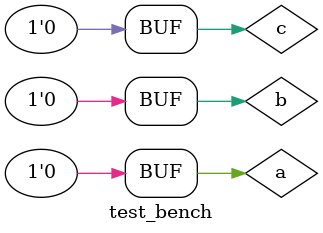
<source format=v>
module full_adder(input a, b, c, output carry, sum);
	assign {carry, sum} = a + b + c;
endmodule

module test_bench;
	reg a, b, c;
	wire carry, sum;
	full_adder f01(a, b, c, carry, sum);	  
	initial 
		begin
			{a, b, c} = 3'b000;
			repeat(8)
			#10ns {a, b, c} = {a, b, c} + 3'b001;
		end
endmodule

		
			
</source>
